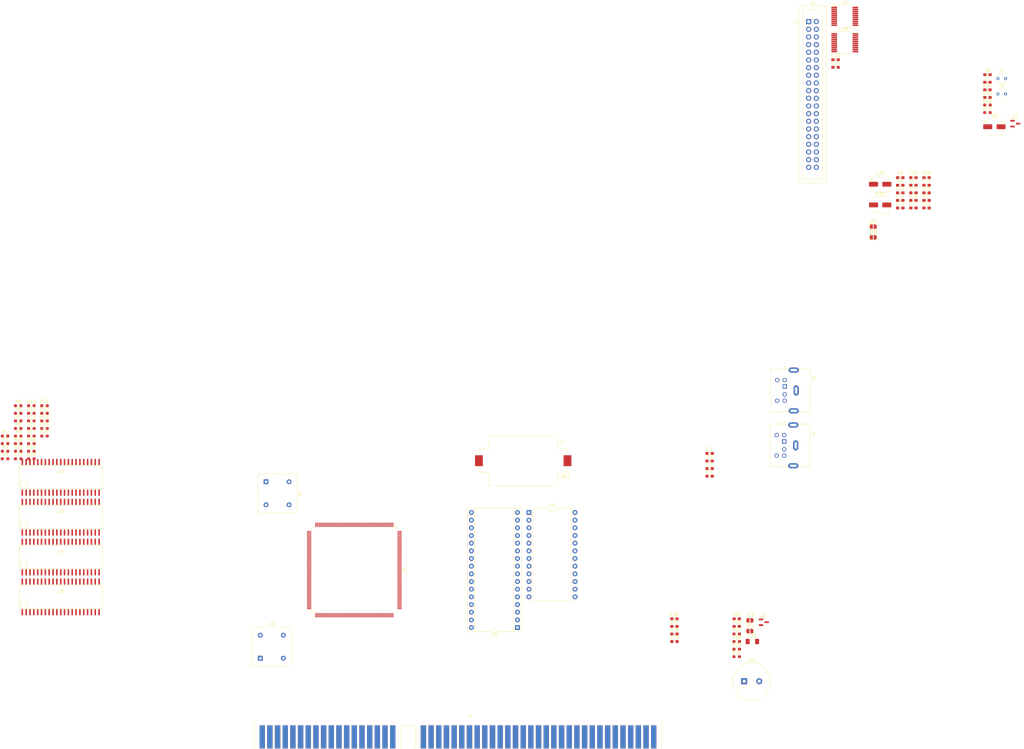
<source format=kicad_pcb>
(kicad_pcb (version 20240108) (generator "pcbnew") (generator_version "8.0")
  (layers (0 "F.Cu" signal) (31 "B.Cu" signal) (34 "B.Paste" user) (35 "F.Paste" user) (36 "B.SilkS" user "B.Silkscreen") (37 "F.SilkS" user "F.Silkscreen") (38 "B.Mask" user) (39 "F.Mask" user) (44 "Edge.Cuts" user))
  (net 0 "")
  (net 1 "GND")
  (net 2 "/ROM RTC/VBAT")
  (net 3 "+5V")
  (net 4 "Net-(U1C-VBAT)")
  (net 5 "Net-(U1C-XTAL1)")
  (net 6 "Net-(U1C-XTAL2)")
  (net 7 "Net-(U1G-PWG)")
  (net 8 "Net-(U1E-KBDATA)")
  (net 9 "Net-(U1E-KBCLK)")
  (net 10 "Net-(U1E-MSDATA{slash}IRQ12)")
  (net 11 "Net-(U1E-MSCLK)")
  (net 12 "Net-(U9-~{RESET})")
  (net 13 "Net-(U9-~{RCLR})")
  (net 15 "/SA8")
  (net 16 "/SD3")
  (net 17 "/IRQ11")
  (net 18 "/SA11")
  (net 19 "/DRQ1")
  (net 20 "/~{MRD}")
  (net 21 "/BALE")
  (net 22 "/~{IO16}")
  (net 23 "/SA13")
  (net 24 "/LA23")
  (net 25 "/~{DACK0}")
  (net 26 "/~{MWT}")
  (net 27 "/LA22")
  (net 28 "/~{SMEMR}")
  (net 29 "/~{IOW}")
  (net 30 "/SA12")
  (net 31 "/SA0")
  (net 32 "/~{BHE}")
  (net 33 "/DRQ7")
  (net 34 "/IRQ10")
  (net 35 "/~{IOCHK}")
  (net 36 "/IRQ4")
  (net 37 "/~{MASTER}")
  (net 38 "/IRQ15")
  (net 39 "/~{REFRESH}")
  (net 40 "/RESETDRV")
  (net 41 "/SA19")
  (net 42 "/IRQ7")
  (net 43 "/SD11")
  (net 44 "/LA20")
  (net 45 "/SA2")
  (net 46 "/~{DACK2}")
  (net 47 "/SA15")
  (net 48 "/LA19")
  (net 49 "/DRQ0")
  (net 50 "/SA14")
  (net 51 "/LA17")
  (net 52 "/AEN")
  (net 53 "/SA5")
  (net 54 "/SD5")
  (net 55 "/SA16")
  (net 56 "/~{IOR}")
  (net 57 "/SA6")
  (net 58 "/SD10")
  (net 59 "/SD4")
  (net 62 "/IRQ6")
  (net 63 "/SA18")
  (net 64 "/LA18")
  (net 65 "/SD6")
  (net 66 "/IRQ5")
  (net 67 "-5V")
  (net 68 "/SD13")
  (net 69 "/~{DACK3}")
  (net 70 "-12V")
  (net 71 "/SD7")
  (net 72 "/DRQ5")
  (net 73 "/SD1")
  (net 74 "/DRQ3")
  (net 75 "/SA10")
  (net 76 "/TC")
  (net 77 "/SA17")
  (net 78 "/SD9")
  (net 79 "/SD14")
  (net 80 "/~{MEM16}")
  (net 81 "/~{DACK6}")
  (net 82 "/SA7")
  (net 83 "/DRQ2")
  (net 84 "/OSC")
  (net 85 "/SA3")
  (net 86 "/SA4")
  (net 87 "+12V")
  (net 88 "/LA21")
  (net 89 "/SA1")
  (net 90 "/SD12")
  (net 91 "/~{DACK5}")
  (net 92 "/~{SMEMW}")
  (net 93 "/IOCHRDY")
  (net 94 "/IRQ14")
  (net 95 "/SD0")
  (net 96 "/IRQ9")
  (net 97 "/~{DACK7}")
  (net 98 "/SD15")
  (net 99 "/~{DACK1}")
  (net 100 "/SD8")
  (net 101 "/ATCLK")
  (net 102 "/SA9")
  (net 103 "/IRQ3")
  (net 104 "/SD2")
  (net 105 "/DRQ6")
  (net 106 "Net-(J2-Pin_13)")
  (net 107 "Net-(J2-Pin_8)")
  (net 108 "Net-(J2-Pin_3)")
  (net 110 "Net-(J2-Pin_17)")
  (net 112 "Net-(J2-Pin_18)")
  (net 114 "Net-(J2-Pin_12)")
  (net 116 "Net-(J2-Pin_11)")
  (net 117 "/~{IDECS0}")
  (net 118 "/~{RESETL}")
  (net 119 "Net-(J2-Pin_14)")
  (net 120 "Net-(J2-Pin_15)")
  (net 122 "Net-(J2-Pin_5)")
  (net 123 "Net-(J2-Pin_7)")
  (net 124 "Net-(J2-Pin_16)")
  (net 126 "/~{IDECS1}")
  (net 127 "/IDE/IDELED")
  (net 128 "Net-(J2-Pin_10)")
  (net 129 "Net-(J2-Pin_4)")
  (net 130 "Net-(J2-Pin_9)")
  (net 131 "Net-(J2-Pin_6)")
  (net 136 "Net-(JP1-A)")
  (net 137 "Net-(JP2-A)")
  (net 138 "/IDEEN")
  (net 139 "Net-(JP3-A)")
  (net 140 "Net-(JP4-A)")
  (net 141 "Net-(LS1-Pad2)")
  (net 142 "Net-(Q1-B)")
  (net 143 "Net-(Q1-C)")
  (net 144 "Net-(U1B-~{WE})")
  (net 145 "/RAM/~{W}")
  (net 146 "/RAM/A0")
  (net 147 "Net-(U1B-MA0)")
  (net 148 "Net-(U1B-MA1)")
  (net 149 "/RAM/A1")
  (net 150 "/RAM/A2")
  (net 151 "Net-(U1B-MA2)")
  (net 152 "Net-(U1B-MA3)")
  (net 153 "/RAM/A3")
  (net 154 "Net-(U1B-MA4)")
  (net 155 "/RAM/A4")
  (net 156 "Net-(U1B-MA5)")
  (net 157 "/RAM/A5")
  (net 158 "Net-(U1B-MA6)")
  (net 159 "/RAM/A6")
  (net 160 "/RAM/A7")
  (net 161 "Net-(U1B-MA7)")
  (net 162 "/RAM/A8")
  (net 163 "Net-(U1B-MA8)")
  (net 164 "/RAM/A9")
  (net 165 "Net-(U1B-MA9)")
  (net 166 "/RAM/A10")
  (net 167 "Net-(U1B-MA10)")
  (net 168 "Net-(U1B-MA11)")
  (net 169 "/RAM/A11")
  (net 170 "/RAM/~{RAS0}")
  (net 171 "Net-(U1B-~{RAS0})")
  (net 172 "Net-(U1B-~{RAS1})")
  (net 173 "/RAM/~{RAS1}")
  (net 174 "Net-(U1B-~{RAS2})")
  (net 175 "/RAM/~{RAS2}")
  (net 176 "Net-(U1B-~{RAS3})")
  (net 177 "/RAM/~{RAS3}")
  (net 178 "Net-(U1B-~{CAS0L})")
  (net 179 "/RAM/~{CAS0L}")
  (net 180 "/RAM/~{CAS0H}")
  (net 181 "Net-(U1B-~{CAS0H})")
  (net 182 "Net-(U1B-~{CAS1L})")
  (net 183 "/RAM/~{CAS1L}")
  (net 184 "Net-(U1B-~{CAS1H})")
  (net 185 "/RAM/~{CAS1H}")
  (net 186 "Net-(U1B-~{CAS2L})")
  (net 187 "/RAM/~{CAS2L}")
  (net 188 "/RAM/~{CAS2H}")
  (net 189 "Net-(U1B-~{CAS2H})")
  (net 190 "Net-(U1B-~{CAS3L})")
  (net 191 "/RAM/~{CAS3L}")
  (net 192 "Net-(U1B-~{CAS3H})")
  (net 193 "/RAM/~{CAS3H}")
  (net 194 "Net-(U1G-SPKR)")
  (net 195 "Net-(U1G-~{NOWS})")
  (net 196 "Net-(U1C-XD1)")
  (net 199 "/RAM/D8")
  (net 201 "Net-(U1C-XD6)")
  (net 202 "/RAM/D0")
  (net 203 "/RAM/D3")
  (net 204 "/RAM/D1")
  (net 206 "Net-(U1C-XD2)")
  (net 208 "/RAM/D9")
  (net 210 "/RAM/D2")
  (net 211 "/RAM/D12")
  (net 212 "/RAM/D13")
  (net 213 "Net-(U1C-XD7)")
  (net 216 "Net-(U1C-XD3)")
  (net 217 "/ROM RTC/~{RTCW}")
  (net 219 "/RAM/D4")
  (net 225 "/IRQ1")
  (net 228 "Net-(U1C-XD5)")
  (net 229 "/RAM/D7")
  (net 230 "/Oscillator/CLK2")
  (net 232 "Net-(U1C-~{ROMKBCS})")
  (net 233 "/RAM/D6")
  (net 235 "/ROM RTC/RTC_AS")
  (net 237 "/RAM/D10")
  (net 238 "/ROM RTC/~{RTCR}")
  (net 240 "Net-(U1C-XD0)")
  (net 241 "Net-(U1C-XD4)")
  (net 242 "/RAM/D5")
  (net 243 "/RAM/D11")
  (net 244 "/RAM/D14")
  (net 245 "/RAM/D15")
  (net 246 "/ROM RTC/~{IRQ8}")
  (net 250 "/RAM/~{UCAS0}")
  (net 252 "/RAM/~{LCAS0}")
  (net 255 "/RAM/~{LCAS1}")
  (net 257 "/RAM/~{UCAS1}")
  (net 261 "/RAM/~{LCAS2}")
  (net 262 "/RAM/~{UCAS2}")
  (net 263 "/RAM/~{LCAS3}")
  (net 265 "/RAM/~{UCAS3}")
  (net 268 "/~{MEMR}")
  (net 271 "Net-(U9-X2)")
  (net 272 "Net-(U9-X1)")
  (footprint "Capacitor_SMD:C_0603_1608Metric_Pad1.08x0.95mm_HandSolder" (layer "F.Cu") (at 162.441569 131.69)
    (property "Reference" "C27")
    (property "Value" "47p")
  )
  (footprint "Package_SO:SSOP-20_5.3x7.2mm_P0.65mm" (layer "F.Cu") (at 218.815 -61.565)
    (property "Reference" "U8")
    (property "Value" "74LS245")
  )
  (footprint "Capacitor_SMD:C_0603_1608Metric_Pad1.08x0.95mm_HandSolder" (layer "F.Cu") (at 245.865 -6.845)
    (property "Reference" "C22")
    (property "Value" "100n")
  )
  (footprint "Capacitor_SMD:C_0603_1608Metric_Pad1.08x0.95mm_HandSolder" (layer "F.Cu") (at 162.441569 134.2)
    (property "Reference" "C28")
    (property "Value" "47p")
  )
  (footprint "Capacitor_SMD:C_0603_1608Metric_Pad1.08x0.95mm_HandSolder" (layer "F.Cu") (at 241.515 -11.865)
    (property "Reference" "C15")
    (property "Value" "100n")
  )
  (footprint "Resistor_SMD:R_0603_1608Metric_Pad0.98x0.95mm_HandSolder" (layer "F.Cu") (at -54.705 68.67)
    (property "Reference" "R9")
    (property "Value" "22")
  )
  (footprint "Capacitor_SMD:C_0603_1608Metric_Pad1.08x0.95mm_HandSolder" (layer "F.Cu") (at 245.865 -9.355)
    (property "Reference" "C21")
    (property "Value" "100n")
  )
  (footprint "Capacitor_SMD:C_0603_1608Metric_Pad1.08x0.95mm_HandSolder" (layer "F.Cu") (at 237.165 -11.865)
    (property "Reference" "C10")
    (property "Value" "100n")
  )
  (footprint "Resistor_SMD:R_0603_1608Metric_Pad0.98x0.95mm_HandSolder" (layer "F.Cu") (at -50.355 73.69)
    (property "Reference" "R19")
    (property "Value" "22")
  )
  (footprint "Capacitor_SMD:CP_Elec_5x5.3" (layer "F.Cu") (at 230.515 -7.865)
    (property "Reference" "C31")
    (property "Value" "22u")
  )
  (footprint "Package_DIP:DIP-32_W15.24mm_Socket" (layer "F.Cu") (at 110.495 132.08 180)
    (property "Reference" "U6")
    (property "Value" "SST39SF010")
  )
  (footprint "Resistor_SMD:R_0603_1608Metric_Pad0.98x0.95mm_HandSolder" (layer "F.Cu") (at -54.705 73.69)
    (property "Reference" "R11")
    (property "Value" "22")
  )
  (footprint "Resistor_SMD:R_0603_1608Metric_Pad0.98x0.95mm_HandSolder" (layer "F.Cu") (at 183.041569 139.22)
    (property "Reference" "R29")
    (property "Value" "330")
  )
  (footprint "Package_TO_SOT_SMD:SOT-23" (layer "F.Cu") (at 275.235 -34.78)
    (property "Reference" "D1")
    (property "Value" "BAT54C")
  )
  (footprint "Capacitor_SMD:C_0603_1608Metric_Pad1.08x0.95mm_HandSolder" (layer "F.Cu") (at 266.015 -43.455)
    (property "Reference" "C35")
    (property "Value" "100n")
  )
  (footprint "Package_SO:SSOP-20_5.3x7.2mm_P0.65mm" (layer "F.Cu") (at 218.815 -70.315)
    (property "Reference" "U7")
    (property "Value" "74LS245")
  )
  (footprint "Jumper:SolderJumper-2_P1.3mm_Open_RoundedPad1.0x1.5mm" (layer "F.Cu") (at 228.215 2.885)
    (property "Reference" "JP2")
    (property "Value" "SolderJumper_2_Open")
  )
  (footprint "Jumper:SolderJumper-2_P1.3mm_Open_RoundedPad1.0x1.5mm" (layer "F.Cu") (at 228.215 -0.665)
    (property "Reference" "JP1")
    (property "Value" "SolderJumper_2_Open")
  )
  (footprint "Capacitor_SMD:C_0603_1608Metric_Pad1.08x0.95mm_HandSolder" (layer "F.Cu") (at 241.515 -9.355)
    (property "Reference" "C16")
    (property "Value" "100n")
  )
  (footprint "Resistor_SMD:R_0603_1608Metric_Pad0.98x0.95mm_HandSolder" (layer "F.Cu") (at -46.005 68.67)
    (property "Reference" "R25")
    (property "Value" "22")
  )
  (footprint "Oscillator:Oscillator_DIP-8" (layer "F.Cu") (at 27.305 83.82 -90)
    (property "Reference" "X1")
    (property "Value" "80.000 MHz")
  )
  (footprint "Capacitor_SMD:C_1206_3216Metric_Pad1.33x1.80mm_HandSolder" (layer "F.Cu") (at 188.221569 136.7)
    (property "Reference" "C25")
    (property "Value" "10u")
  )
  (footprint "Capacitor_SMD:C_0603_1608Metric_Pad1.08x0.95mm_HandSolder" (layer "F.Cu") (at 174.081569 74.42)
    (property "Reference" "C1")
    (property "Value" "100n")
  )
  (footprint "Resistor_SMD:R_0603_1608Metric_Pad0.98x0.95mm_HandSolder" (layer "F.Cu") (at -59.055 73.69)
    (property "Reference" "R3")
    (property "Value" "22")
  )
  (footprint "Capacitor_SMD:C_0603_1608Metric_Pad1.08x0.95mm_HandSolder" (layer "F.Cu") (at 245.865 -11.865)
    (property "Reference" "C20")
    (property "Value" "100n")
  )
  (footprint "pc-parts:CUI_MD-60SGK" (layer "F.Cu") (at 200.665 71.755 -90)
    (property "Reference" "J4")
    (property "Value" "Mouse")
  )
  (footprint "Capacitor_SMD:C_0603_1608Metric_Pad1.08x0.95mm_HandSolder" (layer "F.Cu") (at 183.041569 129.18)
    (property "Reference" "C32")
    (property "Value" "100n")
  )
  (footprint "Resistor_SMD:R_0603_1608Metric_Pad0.98x0.95mm_HandSolder" (layer "F.Cu") (at 266.015 -38.435)
    (property "Reference" "R31")
    (property "Value" "47K")
  )
  (footprint "Resistor_SMD:R_0603_1608Metric_Pad0.98x0.95mm_HandSolder" (layer "F.Cu") (at -59.055 68.67)
    (property "Reference" "R1")
    (property "Value" "22")
  )
  (footprint "Buzzer_Beeper:Buzzer_TDK_PS1240P02BT_D12.2mm_H6.5mm" (layer "F.Cu") (at 185.5 149.86)
    (property "Reference" "LS1")
    (property "Value" "Speaker")
  )
  (footprint "Resistor_SMD:R_0603_1608Metric_Pad0.98x0.95mm_HandSolder" (layer "F.Cu") (at -59.055 71.18)
    (property "Reference" "R2")
    (property "Value" "22")
  )
  (footprint "pc-parts:CUI_MD-60SGK" (layer "F.Cu") (at 200.83 53.575 -90)
    (property "Reference" "J3")
    (property "Value" "Keyboard")
  )
  (footprint "Resistor_SMD:R_0603_1608Metric_Pad0.98x0.95mm_HandSolder" (layer "F.Cu") (at 266.015 -40.945)
    (property "Reference" "R26")
    (property "Value" "1M")
  )
  (footprint "Capacitor_SMD:C_0603_1608Metric_Pad1.08x0.95mm_HandSolder" (layer "F.Cu") (at 215.765 -53.425)
    (property "Reference" "C24")
    (property "Value" "100n")
  )
  (footprint "pc-parts:SOJ-42" (layer "F.Cu") (at -40.64 121.92)
    (property "Reference" "U5")
    (property "Value" "M5M416160CJ")
  )
  (footprint "Resistor_SMD:R_0603_1608Metric_Pad0.98x0.95mm_HandSolder" (layer "F.Cu") (at 183.041569 141.73)
    (property "Reference" "R30")
    (property "Value" "100")
  )
  (footprint "Capacitor_SMD:C_0603_1608Metric_Pad1.08x0.95mm_HandSolder" (layer "F.Cu") (at 266.015 -48.475)
    (property "Reference" "C7")
    (property "Value" "10p")
  )
  (footprint "Capacitor_SMD:C_0603_1608Metric_Pad1.08x0.95mm_HandSolder" (layer "F.Cu") (at 162.441569 136.71)
    (property "Reference" "C29")
    (property "Value" "47p")
  )
  (footprint "Crystal:Crystal_AT310_D3.0mm_L10.0mm_Vertical" (layer "F.Cu") (at 269.465 -49.695)
    (property "Reference" "Y1")
    (property "Value" "32.768 kHz")
  )
  (footprint "Resistor_SMD:R_0603_1608Metric_Pad0.98x0.95mm_HandSolder" (layer "F.Cu") (at -54.705 58.63)
    (property "Reference" "R5")
    (property "Value" "22")
  )
  (footprint "Capacitor_SMD:C_0603_1608Metric_Pad1.08x0.95mm_HandSolder" (layer "F.Cu") (at 162.441569 129.18)
    (property "Reference" "C26")
    (property "Value" "47p")
  )
  (footprint "Capacitor_SMD:CP_Elec_5x5.3" (layer "F.Cu") (at 230.515 -14.715)
    (property "Reference" "C30")
    (property "Value" "22u")
  )
  (footprint "Capacitor_SMD:C_0603_1608Metric_Pad1.08x0.95mm_HandSolder" (layer "F.Cu") (at 183.041569 131.69)
    (property "Reference" "C33")
    (property "Value" "100n")
  )
  (footprint "Package_QFP:PQFP-208_28x28mm_P0.5mm" (layer "F.Cu") (at 56.515 113.03 -90)
    (property "Reference" "U1")
    (property "Value" "M6117C")
  )
  (footprint "Capacitor_SMD:C_0603_1608Metric_Pad1.08x0.95mm_HandSolder" (layer "F.Cu") (at 174.081569 79.44)
    (property "Reference" "C3")
    (property "Value" "100n")
  )
  (footprint "Resistor_SMD:R_0603_1608Metric_Pad0.98x0.95mm_HandSolder" (layer "F.Cu") (at -54.705 61.14)
    (property "Reference" "R6")
    (property "Value" "22")
  )
  (footprint "Capacitor_SMD:C_0603_1608Metric_Pad1.08x0.95mm_HandSolder" (layer "F.Cu") (at 174.081569 81.95)
    (property "Reference" "C4")
    (property "Value" "100n")
  )
  (footprint "Capacitor_SMD:C_0603_1608Metric_Pad1.08x0.95mm_HandSolder" (layer "F.Cu") (at 237.165 -14.375)
    (property "Reference" "C9")
    (property "Value" "100n")
  )
  (footprint "Resistor_SMD:R_0603_1608Metric_Pad0.98x0.95mm_HandSolder" (layer "F.Cu") (at -50.355 58.63)
    (property "Reference" "R13")
    (property "Value" "22")
  )
  (footprint "pc-parts:SOJ-42" (layer "F.Cu") (at -40.64 108.728)
    (property "Reference" "U4")
    (property "Value" "M5M416160CJ")
  )
  (footprint "Resistor_SMD:R_0603_1608Metric_Pad0.98x0.95mm_HandSolder" (layer "F.Cu") (at -59.055 76.2)
    (property "Reference" "R4")
    (property "Value" "22")
  )
  (footprint "Crystal:Crystal_AT310_D3.0mm_L10.0mm_Vertical" (layer "F.Cu") (at 269.465 -44.605)
    (property "Reference" "Y2")
    (property "Value" "32.768 kHz")
  )
  (footprint "Resistor_SMD:R_0603_1608Metric_Pad0.98x0.95mm_HandSolder" (layer "F.Cu") (at -50.355 68.67)
    (property "Reference" "R17")
    (property "Value" "22")
  )
  (footprint "Resistor_SMD:R_0603_1608Metric_Pad0.98x0.95mm_HandSolder" (layer "F.Cu") (at -50.355 61.14)
    (property "Reference" "R14")
    (property "Value" "22")
  )
  (footprint "Capacitor_SMD:C_0603_1608Metric_Pad1.08x0.95mm_HandSolder" (layer "F.Cu") (at 266.015 -45.965)
    (property "Reference" "C34")
    (property "Value" "47n")
  )
  (footprint "Package_TO_SOT_SMD:SOT-23" (layer "F.Cu") (at 192.011569 130.325)
    (property "Reference" "Q1")
    (property "Value" "MMBT3904")
  )
  (footprint "Capacitor_SMD:C_0603_1608Metric_Pad1.08x0.95mm_HandSolder" (layer "F.Cu") (at 241.515 -14.375)
    (property "Reference" "C14")
    (property "Value" "100n")
  )
  (footprint "Capacitor_SMD:C_0603_1608Metric_Pad1.08x0.95mm_HandSolder" (layer "F.Cu") (at 245.865 -16.885)
    (property "Reference" "C18")
    (property "Value" "100n")
  )
  (footprint "Capacitor_SMD:C_0603_1608Metric_Pad1.08x0.95mm_HandSolder" (layer "F.Cu") (at 174.081569 76.93)
    (property "Reference" "C2")
    (property "Value" "100n")
  )
  (footprint "Resistor_SMD:R_0603_1608Metric_Pad0.98x0.95mm_HandSolder" (layer "F.Cu") (at 183.041569 134.2)
    (property "Reference" "R27")
    (property "Value" "1K")
  )
  (footprint "Capacitor_SMD:C_0603_1608Metric_Pad1.08x0.95mm_HandSolder" (layer "F.Cu") (at 237.165 -16.885)
    (property "Reference" "C8")
    (property "Value" "100n")
  )
  (footprint "Capacitor_SMD:C_0603_1608Metric_Pad1.08x0.95mm_HandSolder" (layer "F.Cu") (at 241.515 -6.845)
    (property "Reference" "C17")
    (property "Value" "100n")
  )
  (footprint "Resistor_SMD:R_0603_1608Metric_Pad0.98x0.95mm_HandSolder" (layer "F.Cu") (at -50.355 71.18)
    (property "Reference" "R18")
    (property "Value" "22")
  )
  (footprint "Capacitor_SMD:CP_Elec_5x5.3" (layer "F.Cu") (at 268.315 -33.755)
    (property "Reference" "C5")
    (property "Value" "22u")
  )
  (footprint "Capacitor_SMD:C_0603_1608Metric_Pad1.08x0.95mm_HandSolder" (layer "F.Cu") (at 215.765 -55.935)
    (property "Reference" "C23")
    (property "Value" "100n")
  )
  (footprint "Resistor_SMD:R_0603_1608Metric_Pad0.98x0.95mm_HandSolder" (layer "F.Cu") (at -54.705 63.65)
    (property "Reference" "R7")
    (property "Value" "22")
  )
  (footprint "Resistor_SMD:R_0603_1608Metric_Pad0.98x0.95mm_HandSolder" (layer "F.Cu") (at 183.041569 136.71)
    (property "Reference" "R28")
    (property "Value" "30K")
  )
  (footprint "Jumper:SolderJumper-2_P1.3mm_Open_RoundedPad1.0x1.5mm" (layer "F.Cu") (at 187.391569 129.7)
    (property "Reference" "JP3")
    (property "Value" "SolderJumper_2_Open")
  )
  (footprint "Package_DIP:DIP-24_W15.24mm" (layer "F.Cu") (at 114.295 93.975)
    (property "Reference" "U9")
    (property "Value" "DS12885")
  )
  (footprint "Capacitor_SMD:C_0603_1608Metric_Pad1.08x0.95mm_HandSolder" (layer "F.Cu") (at 237.165 -6.845)
    (property "Reference" "C12")
    (property "Value" "100n")
  )
  (footprint "Connector_IDC:IDC-Header_2x20_P2.54mm_Vertical" (layer "F.Cu") (at 206.85 -68.565)
    (property "Reference" "J2")
    (property "Value" "Conn_02x20_Odd_Even")
  )
  (footprint "Connector_PCBEdge:BUS_AT" (layer "F.Cu") (at 155.575 168.275)
    (property "Reference" "J1")
    (property "Value" "Bus_ISA_16bit")
  )
  (footprint "Resistor_SMD:R_0603_1608Metric_Pad0.98x0.95mm_HandSolder" (layer "F.Cu") (at -46.005 66.16)
    (property "Reference" "R24")
    (property "Value" "22")
  )
  (footprint "Oscillator:Oscillator_DIP-8" (layer "F.Cu") (at 25.4 142.24)
    (property "Reference" "X2")
    (property "Value" "14.318 MHz")
  )
  (footprint "Resistor_SMD:R_0603_1608Metric_Pad0.98x0.95mm_HandSolder" (layer "F.Cu") (at -50.355 76.2)
    (property "Reference" "R20")
    (property "Value" "22")
  )
  (footprint "Resistor_SMD:R_0603_1608Metric_Pad0.98x0.95mm_HandSolder" (layer "F.Cu") (at -54.705 66.16)
    (property "Reference" "R8")
    (property "Value" "22")
  )
  (footprint "Resistor_SMD:R_0603_1608Metric_Pad0.98x0.95mm_HandSolder" (layer "F.Cu") (at -50.355 63.65)
    (property "Reference" "R15")
    (property "Value" "22")
  )
  (footprint "Capacitor_SMD:C_0603_1608Metric_Pad1.08x0.95mm_HandSolder" (layer "F.Cu") (at 245.865 -14.375)
    (property "Reference" "C19")
    (property "Value" "100n")
  )
  (footprint "Battery:BatteryHolder_Keystone_1060_1x2032" (layer "F.Cu") (at 112.395 76.835 180)
    (property "Reference" "BT1")
    (property "Value" "CR2032")
  )
  (footprint "Capacitor_SMD:C_0603_1608Metric_Pad1.08x0.95mm_HandSolder" (layer "F.Cu") (at 237.165 -9.355)
    (property "Reference" "C11")
    (property "Value" "100n")
  )
  (footprint "pc-parts:SOJ-42" (layer "F.Cu") (at -40.64 82.344)
    (property "Reference" "U2")
    (property "Value" "M5M416160CJ")
  )
  (footprint "Resistor_SMD:R_0603_1608Metric_Pad0.98x0.95mm_HandSolder" (layer "F.Cu") (at -54.705 71.18)
    (property "Reference" "R10")
    (property "Value" "22")
  )
  (footprint "Resistor_SMD:R_0603_1608Metric_Pad0.98x0.95mm_HandSolder" (layer "F.Cu") (at -46.005 61.14)
    (property "Reference" "R22")
    (property "Value" "22")
  )
  (footprint "Capacitor_SMD:C_0603_1608Metric_Pad1.08x0.95mm_HandSolder" (layer "F.Cu") (at 266.015 -50.985)
    (property "Reference" "C6")
    (property "Value" "10p")
  )
  (footprint "Resistor_SMD:R_0603_1608Metric_Pad0.98x0.95mm_HandSolder" (layer "F.Cu") (at -50.355 66.16)
    (property "Reference" "R16")
    (property "Value" "22")
  )
  (footprint "Capacitor_SMD:C_0603_1608Metric_Pad1.08x0.95mm_HandSolder" (layer "F.Cu") (at 241.515 -16.885)
    (property "Reference" "C13")
    (property "Value" "100n")
  )
  (footprint "Resistor_SMD:R_0603_1608Metric_Pad0.98x0.95mm_HandSolder" (layer "F.Cu") (at -46.005 63.65)
    (property "Reference" "R23")
    (property "Value" "22")
  )
  (footprint "Resistor_SMD:R_0603_1608Metric_Pad0.98x0.95mm_HandSolder" (layer "F.Cu") (at -46.005 58.63)
    (property "Reference" "R21")
    (property "Value" "22")
  )
  (footprint "pc-parts:SOJ-42" (layer "F.Cu") (at -40.64 95.536)
    (property "Reference" "U3")
    (property "Value" "M5M416160CJ")
  )
  (footprint "Resistor_SMD:R_0603_1608Metric_Pad0.98x0.95mm_HandSolder" (layer "F.Cu") (at -54.705 76.2)
    (property "Reference" "R12")
    (property "Value" "22")
  )
  (footprint "Jumper:SolderJumper-2_P1.3mm_Open_RoundedPad1.0x1.5mm" (layer "F.Cu") (at 187.391569 133.25)
    (property "Reference" "JP4")
    (property "Value" "SolderJumper_2_Open")
  )
)
</source>
